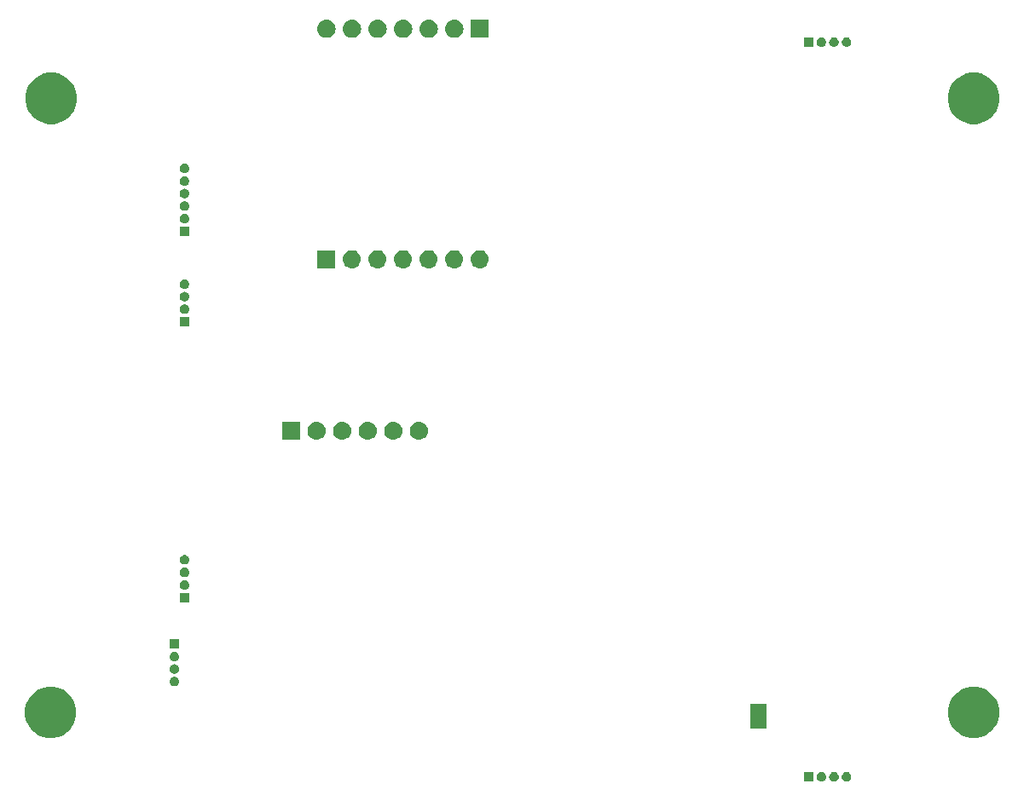
<source format=gbr>
G04 #@! TF.GenerationSoftware,KiCad,Pcbnew,(5.1.2)-2*
G04 #@! TF.CreationDate,2021-04-07T22:22:05-04:00*
G04 #@! TF.ProjectId,Magnetometer_A,4d61676e-6574-46f6-9d65-7465725f412e,rev?*
G04 #@! TF.SameCoordinates,Original*
G04 #@! TF.FileFunction,Soldermask,Bot*
G04 #@! TF.FilePolarity,Negative*
%FSLAX46Y46*%
G04 Gerber Fmt 4.6, Leading zero omitted, Abs format (unit mm)*
G04 Created by KiCad (PCBNEW (5.1.2)-2) date 2021-04-07 22:22:05*
%MOMM*%
%LPD*%
G04 APERTURE LIST*
%ADD10C,0.100000*%
G04 APERTURE END LIST*
D10*
G36*
X118888843Y-111042292D02*
G01*
X118939588Y-111063311D01*
X118975470Y-111078174D01*
X119053432Y-111130267D01*
X119119733Y-111196568D01*
X119171826Y-111274530D01*
X119171826Y-111274531D01*
X119207708Y-111361157D01*
X119226000Y-111453117D01*
X119226000Y-111546883D01*
X119207708Y-111638843D01*
X119186689Y-111689588D01*
X119171826Y-111725470D01*
X119119733Y-111803432D01*
X119053432Y-111869733D01*
X118975470Y-111921826D01*
X118939588Y-111936689D01*
X118888843Y-111957708D01*
X118796883Y-111976000D01*
X118703117Y-111976000D01*
X118611157Y-111957708D01*
X118560412Y-111936689D01*
X118524530Y-111921826D01*
X118446568Y-111869733D01*
X118380267Y-111803432D01*
X118328174Y-111725470D01*
X118313311Y-111689588D01*
X118292292Y-111638843D01*
X118274000Y-111546883D01*
X118274000Y-111453117D01*
X118292292Y-111361157D01*
X118328174Y-111274531D01*
X118328174Y-111274530D01*
X118380267Y-111196568D01*
X118446568Y-111130267D01*
X118524530Y-111078174D01*
X118560412Y-111063311D01*
X118611157Y-111042292D01*
X118703117Y-111024000D01*
X118796883Y-111024000D01*
X118888843Y-111042292D01*
X118888843Y-111042292D01*
G37*
G36*
X117976000Y-111976000D02*
G01*
X117024000Y-111976000D01*
X117024000Y-111024000D01*
X117976000Y-111024000D01*
X117976000Y-111976000D01*
X117976000Y-111976000D01*
G37*
G36*
X121388843Y-111042292D02*
G01*
X121439588Y-111063311D01*
X121475470Y-111078174D01*
X121553432Y-111130267D01*
X121619733Y-111196568D01*
X121671826Y-111274530D01*
X121671826Y-111274531D01*
X121707708Y-111361157D01*
X121726000Y-111453117D01*
X121726000Y-111546883D01*
X121707708Y-111638843D01*
X121686689Y-111689588D01*
X121671826Y-111725470D01*
X121619733Y-111803432D01*
X121553432Y-111869733D01*
X121475470Y-111921826D01*
X121439588Y-111936689D01*
X121388843Y-111957708D01*
X121296883Y-111976000D01*
X121203117Y-111976000D01*
X121111157Y-111957708D01*
X121060412Y-111936689D01*
X121024530Y-111921826D01*
X120946568Y-111869733D01*
X120880267Y-111803432D01*
X120828174Y-111725470D01*
X120813311Y-111689588D01*
X120792292Y-111638843D01*
X120774000Y-111546883D01*
X120774000Y-111453117D01*
X120792292Y-111361157D01*
X120828174Y-111274531D01*
X120828174Y-111274530D01*
X120880267Y-111196568D01*
X120946568Y-111130267D01*
X121024530Y-111078174D01*
X121060412Y-111063311D01*
X121111157Y-111042292D01*
X121203117Y-111024000D01*
X121296883Y-111024000D01*
X121388843Y-111042292D01*
X121388843Y-111042292D01*
G37*
G36*
X120138843Y-111042292D02*
G01*
X120189588Y-111063311D01*
X120225470Y-111078174D01*
X120303432Y-111130267D01*
X120369733Y-111196568D01*
X120421826Y-111274530D01*
X120421826Y-111274531D01*
X120457708Y-111361157D01*
X120476000Y-111453117D01*
X120476000Y-111546883D01*
X120457708Y-111638843D01*
X120436689Y-111689588D01*
X120421826Y-111725470D01*
X120369733Y-111803432D01*
X120303432Y-111869733D01*
X120225470Y-111921826D01*
X120189588Y-111936689D01*
X120138843Y-111957708D01*
X120046883Y-111976000D01*
X119953117Y-111976000D01*
X119861157Y-111957708D01*
X119810412Y-111936689D01*
X119774530Y-111921826D01*
X119696568Y-111869733D01*
X119630267Y-111803432D01*
X119578174Y-111725470D01*
X119563311Y-111689588D01*
X119542292Y-111638843D01*
X119524000Y-111546883D01*
X119524000Y-111453117D01*
X119542292Y-111361157D01*
X119578174Y-111274531D01*
X119578174Y-111274530D01*
X119630267Y-111196568D01*
X119696568Y-111130267D01*
X119774530Y-111078174D01*
X119810412Y-111063311D01*
X119861157Y-111042292D01*
X119953117Y-111024000D01*
X120046883Y-111024000D01*
X120138843Y-111042292D01*
X120138843Y-111042292D01*
G37*
G36*
X42954098Y-102657033D02*
G01*
X43418350Y-102849332D01*
X43418352Y-102849333D01*
X43836168Y-103128509D01*
X44191491Y-103483832D01*
X44470667Y-103901648D01*
X44470668Y-103901650D01*
X44662967Y-104365902D01*
X44761000Y-104858747D01*
X44761000Y-105361253D01*
X44662967Y-105854098D01*
X44470668Y-106318350D01*
X44470667Y-106318352D01*
X44191491Y-106736168D01*
X43836168Y-107091491D01*
X43418352Y-107370667D01*
X43418351Y-107370668D01*
X43418350Y-107370668D01*
X42954098Y-107562967D01*
X42461253Y-107661000D01*
X41958747Y-107661000D01*
X41465902Y-107562967D01*
X41001650Y-107370668D01*
X41001649Y-107370668D01*
X41001648Y-107370667D01*
X40583832Y-107091491D01*
X40228509Y-106736168D01*
X39949333Y-106318352D01*
X39949332Y-106318350D01*
X39757033Y-105854098D01*
X39659000Y-105361253D01*
X39659000Y-104858747D01*
X39757033Y-104365902D01*
X39949332Y-103901650D01*
X39949333Y-103901648D01*
X40228509Y-103483832D01*
X40583832Y-103128509D01*
X41001648Y-102849333D01*
X41001650Y-102849332D01*
X41465902Y-102657033D01*
X41958747Y-102559000D01*
X42461253Y-102559000D01*
X42954098Y-102657033D01*
X42954098Y-102657033D01*
G37*
G36*
X134604098Y-102657033D02*
G01*
X135068350Y-102849332D01*
X135068352Y-102849333D01*
X135486168Y-103128509D01*
X135841491Y-103483832D01*
X136120667Y-103901648D01*
X136120668Y-103901650D01*
X136312967Y-104365902D01*
X136411000Y-104858747D01*
X136411000Y-105361253D01*
X136312967Y-105854098D01*
X136120668Y-106318350D01*
X136120667Y-106318352D01*
X135841491Y-106736168D01*
X135486168Y-107091491D01*
X135068352Y-107370667D01*
X135068351Y-107370668D01*
X135068350Y-107370668D01*
X134604098Y-107562967D01*
X134111253Y-107661000D01*
X133608747Y-107661000D01*
X133115902Y-107562967D01*
X132651650Y-107370668D01*
X132651649Y-107370668D01*
X132651648Y-107370667D01*
X132233832Y-107091491D01*
X131878509Y-106736168D01*
X131599333Y-106318352D01*
X131599332Y-106318350D01*
X131407033Y-105854098D01*
X131309000Y-105361253D01*
X131309000Y-104858747D01*
X131407033Y-104365902D01*
X131599332Y-103901650D01*
X131599333Y-103901648D01*
X131878509Y-103483832D01*
X132233832Y-103128509D01*
X132651648Y-102849333D01*
X132651650Y-102849332D01*
X133115902Y-102657033D01*
X133608747Y-102559000D01*
X134111253Y-102559000D01*
X134604098Y-102657033D01*
X134604098Y-102657033D01*
G37*
G36*
X113301000Y-106701000D02*
G01*
X111699000Y-106701000D01*
X111699000Y-104299000D01*
X113301000Y-104299000D01*
X113301000Y-106701000D01*
X113301000Y-106701000D01*
G37*
G36*
X54638843Y-101592292D02*
G01*
X54689588Y-101613311D01*
X54725470Y-101628174D01*
X54803432Y-101680267D01*
X54869733Y-101746568D01*
X54921826Y-101824530D01*
X54921826Y-101824531D01*
X54957708Y-101911157D01*
X54976000Y-102003117D01*
X54976000Y-102096883D01*
X54957708Y-102188843D01*
X54936689Y-102239588D01*
X54921826Y-102275470D01*
X54869733Y-102353432D01*
X54803432Y-102419733D01*
X54725470Y-102471826D01*
X54689588Y-102486689D01*
X54638843Y-102507708D01*
X54546883Y-102526000D01*
X54453117Y-102526000D01*
X54361157Y-102507708D01*
X54310412Y-102486689D01*
X54274530Y-102471826D01*
X54196568Y-102419733D01*
X54130267Y-102353432D01*
X54078174Y-102275470D01*
X54063311Y-102239588D01*
X54042292Y-102188843D01*
X54024000Y-102096883D01*
X54024000Y-102003117D01*
X54042292Y-101911157D01*
X54078174Y-101824531D01*
X54078174Y-101824530D01*
X54130267Y-101746568D01*
X54196568Y-101680267D01*
X54274530Y-101628174D01*
X54310412Y-101613311D01*
X54361157Y-101592292D01*
X54453117Y-101574000D01*
X54546883Y-101574000D01*
X54638843Y-101592292D01*
X54638843Y-101592292D01*
G37*
G36*
X54638843Y-100342292D02*
G01*
X54689588Y-100363311D01*
X54725470Y-100378174D01*
X54803432Y-100430267D01*
X54869733Y-100496568D01*
X54921826Y-100574530D01*
X54921826Y-100574531D01*
X54957708Y-100661157D01*
X54976000Y-100753117D01*
X54976000Y-100846883D01*
X54957708Y-100938843D01*
X54936689Y-100989588D01*
X54921826Y-101025470D01*
X54869733Y-101103432D01*
X54803432Y-101169733D01*
X54725470Y-101221826D01*
X54689588Y-101236689D01*
X54638843Y-101257708D01*
X54546883Y-101276000D01*
X54453117Y-101276000D01*
X54361157Y-101257708D01*
X54310412Y-101236689D01*
X54274530Y-101221826D01*
X54196568Y-101169733D01*
X54130267Y-101103432D01*
X54078174Y-101025470D01*
X54063311Y-100989588D01*
X54042292Y-100938843D01*
X54024000Y-100846883D01*
X54024000Y-100753117D01*
X54042292Y-100661157D01*
X54078174Y-100574531D01*
X54078174Y-100574530D01*
X54130267Y-100496568D01*
X54196568Y-100430267D01*
X54274530Y-100378174D01*
X54310412Y-100363311D01*
X54361157Y-100342292D01*
X54453117Y-100324000D01*
X54546883Y-100324000D01*
X54638843Y-100342292D01*
X54638843Y-100342292D01*
G37*
G36*
X54638843Y-99092292D02*
G01*
X54689588Y-99113311D01*
X54725470Y-99128174D01*
X54803432Y-99180267D01*
X54869733Y-99246568D01*
X54921826Y-99324530D01*
X54921826Y-99324531D01*
X54957708Y-99411157D01*
X54976000Y-99503117D01*
X54976000Y-99596883D01*
X54957708Y-99688843D01*
X54936689Y-99739588D01*
X54921826Y-99775470D01*
X54869733Y-99853432D01*
X54803432Y-99919733D01*
X54725470Y-99971826D01*
X54689588Y-99986689D01*
X54638843Y-100007708D01*
X54546883Y-100026000D01*
X54453117Y-100026000D01*
X54361157Y-100007708D01*
X54310412Y-99986689D01*
X54274530Y-99971826D01*
X54196568Y-99919733D01*
X54130267Y-99853432D01*
X54078174Y-99775470D01*
X54063311Y-99739588D01*
X54042292Y-99688843D01*
X54024000Y-99596883D01*
X54024000Y-99503117D01*
X54042292Y-99411157D01*
X54078174Y-99324531D01*
X54078174Y-99324530D01*
X54130267Y-99246568D01*
X54196568Y-99180267D01*
X54274530Y-99128174D01*
X54310412Y-99113311D01*
X54361157Y-99092292D01*
X54453117Y-99074000D01*
X54546883Y-99074000D01*
X54638843Y-99092292D01*
X54638843Y-99092292D01*
G37*
G36*
X54976000Y-98776000D02*
G01*
X54024000Y-98776000D01*
X54024000Y-97824000D01*
X54976000Y-97824000D01*
X54976000Y-98776000D01*
X54976000Y-98776000D01*
G37*
G36*
X55976000Y-94176000D02*
G01*
X55024000Y-94176000D01*
X55024000Y-93224000D01*
X55976000Y-93224000D01*
X55976000Y-94176000D01*
X55976000Y-94176000D01*
G37*
G36*
X55638843Y-91992292D02*
G01*
X55689588Y-92013311D01*
X55725470Y-92028174D01*
X55803432Y-92080267D01*
X55869733Y-92146568D01*
X55921826Y-92224530D01*
X55921826Y-92224531D01*
X55957708Y-92311157D01*
X55976000Y-92403117D01*
X55976000Y-92496883D01*
X55957708Y-92588843D01*
X55936689Y-92639588D01*
X55921826Y-92675470D01*
X55869733Y-92753432D01*
X55803432Y-92819733D01*
X55725470Y-92871826D01*
X55689588Y-92886689D01*
X55638843Y-92907708D01*
X55546883Y-92926000D01*
X55453117Y-92926000D01*
X55361157Y-92907708D01*
X55310412Y-92886689D01*
X55274530Y-92871826D01*
X55196568Y-92819733D01*
X55130267Y-92753432D01*
X55078174Y-92675470D01*
X55063311Y-92639588D01*
X55042292Y-92588843D01*
X55024000Y-92496883D01*
X55024000Y-92403117D01*
X55042292Y-92311157D01*
X55078174Y-92224531D01*
X55078174Y-92224530D01*
X55130267Y-92146568D01*
X55196568Y-92080267D01*
X55274530Y-92028174D01*
X55310412Y-92013311D01*
X55361157Y-91992292D01*
X55453117Y-91974000D01*
X55546883Y-91974000D01*
X55638843Y-91992292D01*
X55638843Y-91992292D01*
G37*
G36*
X55638843Y-90742292D02*
G01*
X55689588Y-90763311D01*
X55725470Y-90778174D01*
X55803432Y-90830267D01*
X55869733Y-90896568D01*
X55921826Y-90974530D01*
X55921826Y-90974531D01*
X55957708Y-91061157D01*
X55976000Y-91153117D01*
X55976000Y-91246883D01*
X55957708Y-91338843D01*
X55936689Y-91389588D01*
X55921826Y-91425470D01*
X55869733Y-91503432D01*
X55803432Y-91569733D01*
X55725470Y-91621826D01*
X55689588Y-91636689D01*
X55638843Y-91657708D01*
X55546883Y-91676000D01*
X55453117Y-91676000D01*
X55361157Y-91657708D01*
X55310412Y-91636689D01*
X55274530Y-91621826D01*
X55196568Y-91569733D01*
X55130267Y-91503432D01*
X55078174Y-91425470D01*
X55063311Y-91389588D01*
X55042292Y-91338843D01*
X55024000Y-91246883D01*
X55024000Y-91153117D01*
X55042292Y-91061157D01*
X55078174Y-90974531D01*
X55078174Y-90974530D01*
X55130267Y-90896568D01*
X55196568Y-90830267D01*
X55274530Y-90778174D01*
X55310412Y-90763311D01*
X55361157Y-90742292D01*
X55453117Y-90724000D01*
X55546883Y-90724000D01*
X55638843Y-90742292D01*
X55638843Y-90742292D01*
G37*
G36*
X55638843Y-89492292D02*
G01*
X55689588Y-89513311D01*
X55725470Y-89528174D01*
X55803432Y-89580267D01*
X55869733Y-89646568D01*
X55921826Y-89724530D01*
X55921826Y-89724531D01*
X55957708Y-89811157D01*
X55976000Y-89903117D01*
X55976000Y-89996883D01*
X55957708Y-90088843D01*
X55936689Y-90139588D01*
X55921826Y-90175470D01*
X55869733Y-90253432D01*
X55803432Y-90319733D01*
X55725470Y-90371826D01*
X55689588Y-90386689D01*
X55638843Y-90407708D01*
X55546883Y-90426000D01*
X55453117Y-90426000D01*
X55361157Y-90407708D01*
X55310412Y-90386689D01*
X55274530Y-90371826D01*
X55196568Y-90319733D01*
X55130267Y-90253432D01*
X55078174Y-90175470D01*
X55063311Y-90139588D01*
X55042292Y-90088843D01*
X55024000Y-89996883D01*
X55024000Y-89903117D01*
X55042292Y-89811157D01*
X55078174Y-89724531D01*
X55078174Y-89724530D01*
X55130267Y-89646568D01*
X55196568Y-89580267D01*
X55274530Y-89528174D01*
X55310412Y-89513311D01*
X55361157Y-89492292D01*
X55453117Y-89474000D01*
X55546883Y-89474000D01*
X55638843Y-89492292D01*
X55638843Y-89492292D01*
G37*
G36*
X73820443Y-76235519D02*
G01*
X73886627Y-76242037D01*
X74056466Y-76293557D01*
X74212991Y-76377222D01*
X74248729Y-76406552D01*
X74350186Y-76489814D01*
X74433448Y-76591271D01*
X74462778Y-76627009D01*
X74546443Y-76783534D01*
X74597963Y-76953373D01*
X74615359Y-77130000D01*
X74597963Y-77306627D01*
X74546443Y-77476466D01*
X74462778Y-77632991D01*
X74433448Y-77668729D01*
X74350186Y-77770186D01*
X74248729Y-77853448D01*
X74212991Y-77882778D01*
X74056466Y-77966443D01*
X73886627Y-78017963D01*
X73820442Y-78024482D01*
X73754260Y-78031000D01*
X73665740Y-78031000D01*
X73599558Y-78024482D01*
X73533373Y-78017963D01*
X73363534Y-77966443D01*
X73207009Y-77882778D01*
X73171271Y-77853448D01*
X73069814Y-77770186D01*
X72986552Y-77668729D01*
X72957222Y-77632991D01*
X72873557Y-77476466D01*
X72822037Y-77306627D01*
X72804641Y-77130000D01*
X72822037Y-76953373D01*
X72873557Y-76783534D01*
X72957222Y-76627009D01*
X72986552Y-76591271D01*
X73069814Y-76489814D01*
X73171271Y-76406552D01*
X73207009Y-76377222D01*
X73363534Y-76293557D01*
X73533373Y-76242037D01*
X73599557Y-76235519D01*
X73665740Y-76229000D01*
X73754260Y-76229000D01*
X73820443Y-76235519D01*
X73820443Y-76235519D01*
G37*
G36*
X76360443Y-76235519D02*
G01*
X76426627Y-76242037D01*
X76596466Y-76293557D01*
X76752991Y-76377222D01*
X76788729Y-76406552D01*
X76890186Y-76489814D01*
X76973448Y-76591271D01*
X77002778Y-76627009D01*
X77086443Y-76783534D01*
X77137963Y-76953373D01*
X77155359Y-77130000D01*
X77137963Y-77306627D01*
X77086443Y-77476466D01*
X77002778Y-77632991D01*
X76973448Y-77668729D01*
X76890186Y-77770186D01*
X76788729Y-77853448D01*
X76752991Y-77882778D01*
X76596466Y-77966443D01*
X76426627Y-78017963D01*
X76360442Y-78024482D01*
X76294260Y-78031000D01*
X76205740Y-78031000D01*
X76139558Y-78024482D01*
X76073373Y-78017963D01*
X75903534Y-77966443D01*
X75747009Y-77882778D01*
X75711271Y-77853448D01*
X75609814Y-77770186D01*
X75526552Y-77668729D01*
X75497222Y-77632991D01*
X75413557Y-77476466D01*
X75362037Y-77306627D01*
X75344641Y-77130000D01*
X75362037Y-76953373D01*
X75413557Y-76783534D01*
X75497222Y-76627009D01*
X75526552Y-76591271D01*
X75609814Y-76489814D01*
X75711271Y-76406552D01*
X75747009Y-76377222D01*
X75903534Y-76293557D01*
X76073373Y-76242037D01*
X76139557Y-76235519D01*
X76205740Y-76229000D01*
X76294260Y-76229000D01*
X76360443Y-76235519D01*
X76360443Y-76235519D01*
G37*
G36*
X78900443Y-76235519D02*
G01*
X78966627Y-76242037D01*
X79136466Y-76293557D01*
X79292991Y-76377222D01*
X79328729Y-76406552D01*
X79430186Y-76489814D01*
X79513448Y-76591271D01*
X79542778Y-76627009D01*
X79626443Y-76783534D01*
X79677963Y-76953373D01*
X79695359Y-77130000D01*
X79677963Y-77306627D01*
X79626443Y-77476466D01*
X79542778Y-77632991D01*
X79513448Y-77668729D01*
X79430186Y-77770186D01*
X79328729Y-77853448D01*
X79292991Y-77882778D01*
X79136466Y-77966443D01*
X78966627Y-78017963D01*
X78900442Y-78024482D01*
X78834260Y-78031000D01*
X78745740Y-78031000D01*
X78679558Y-78024482D01*
X78613373Y-78017963D01*
X78443534Y-77966443D01*
X78287009Y-77882778D01*
X78251271Y-77853448D01*
X78149814Y-77770186D01*
X78066552Y-77668729D01*
X78037222Y-77632991D01*
X77953557Y-77476466D01*
X77902037Y-77306627D01*
X77884641Y-77130000D01*
X77902037Y-76953373D01*
X77953557Y-76783534D01*
X78037222Y-76627009D01*
X78066552Y-76591271D01*
X78149814Y-76489814D01*
X78251271Y-76406552D01*
X78287009Y-76377222D01*
X78443534Y-76293557D01*
X78613373Y-76242037D01*
X78679557Y-76235519D01*
X78745740Y-76229000D01*
X78834260Y-76229000D01*
X78900443Y-76235519D01*
X78900443Y-76235519D01*
G37*
G36*
X71280443Y-76235519D02*
G01*
X71346627Y-76242037D01*
X71516466Y-76293557D01*
X71672991Y-76377222D01*
X71708729Y-76406552D01*
X71810186Y-76489814D01*
X71893448Y-76591271D01*
X71922778Y-76627009D01*
X72006443Y-76783534D01*
X72057963Y-76953373D01*
X72075359Y-77130000D01*
X72057963Y-77306627D01*
X72006443Y-77476466D01*
X71922778Y-77632991D01*
X71893448Y-77668729D01*
X71810186Y-77770186D01*
X71708729Y-77853448D01*
X71672991Y-77882778D01*
X71516466Y-77966443D01*
X71346627Y-78017963D01*
X71280442Y-78024482D01*
X71214260Y-78031000D01*
X71125740Y-78031000D01*
X71059558Y-78024482D01*
X70993373Y-78017963D01*
X70823534Y-77966443D01*
X70667009Y-77882778D01*
X70631271Y-77853448D01*
X70529814Y-77770186D01*
X70446552Y-77668729D01*
X70417222Y-77632991D01*
X70333557Y-77476466D01*
X70282037Y-77306627D01*
X70264641Y-77130000D01*
X70282037Y-76953373D01*
X70333557Y-76783534D01*
X70417222Y-76627009D01*
X70446552Y-76591271D01*
X70529814Y-76489814D01*
X70631271Y-76406552D01*
X70667009Y-76377222D01*
X70823534Y-76293557D01*
X70993373Y-76242037D01*
X71059557Y-76235519D01*
X71125740Y-76229000D01*
X71214260Y-76229000D01*
X71280443Y-76235519D01*
X71280443Y-76235519D01*
G37*
G36*
X68740443Y-76235519D02*
G01*
X68806627Y-76242037D01*
X68976466Y-76293557D01*
X69132991Y-76377222D01*
X69168729Y-76406552D01*
X69270186Y-76489814D01*
X69353448Y-76591271D01*
X69382778Y-76627009D01*
X69466443Y-76783534D01*
X69517963Y-76953373D01*
X69535359Y-77130000D01*
X69517963Y-77306627D01*
X69466443Y-77476466D01*
X69382778Y-77632991D01*
X69353448Y-77668729D01*
X69270186Y-77770186D01*
X69168729Y-77853448D01*
X69132991Y-77882778D01*
X68976466Y-77966443D01*
X68806627Y-78017963D01*
X68740442Y-78024482D01*
X68674260Y-78031000D01*
X68585740Y-78031000D01*
X68519558Y-78024482D01*
X68453373Y-78017963D01*
X68283534Y-77966443D01*
X68127009Y-77882778D01*
X68091271Y-77853448D01*
X67989814Y-77770186D01*
X67906552Y-77668729D01*
X67877222Y-77632991D01*
X67793557Y-77476466D01*
X67742037Y-77306627D01*
X67724641Y-77130000D01*
X67742037Y-76953373D01*
X67793557Y-76783534D01*
X67877222Y-76627009D01*
X67906552Y-76591271D01*
X67989814Y-76489814D01*
X68091271Y-76406552D01*
X68127009Y-76377222D01*
X68283534Y-76293557D01*
X68453373Y-76242037D01*
X68519557Y-76235519D01*
X68585740Y-76229000D01*
X68674260Y-76229000D01*
X68740443Y-76235519D01*
X68740443Y-76235519D01*
G37*
G36*
X66991000Y-78031000D02*
G01*
X65189000Y-78031000D01*
X65189000Y-76229000D01*
X66991000Y-76229000D01*
X66991000Y-78031000D01*
X66991000Y-78031000D01*
G37*
G36*
X55976000Y-66776000D02*
G01*
X55024000Y-66776000D01*
X55024000Y-65824000D01*
X55976000Y-65824000D01*
X55976000Y-66776000D01*
X55976000Y-66776000D01*
G37*
G36*
X55638843Y-64592292D02*
G01*
X55689588Y-64613311D01*
X55725470Y-64628174D01*
X55803432Y-64680267D01*
X55869733Y-64746568D01*
X55921826Y-64824530D01*
X55921826Y-64824531D01*
X55957708Y-64911157D01*
X55976000Y-65003117D01*
X55976000Y-65096883D01*
X55957708Y-65188843D01*
X55936689Y-65239588D01*
X55921826Y-65275470D01*
X55869733Y-65353432D01*
X55803432Y-65419733D01*
X55725470Y-65471826D01*
X55689588Y-65486689D01*
X55638843Y-65507708D01*
X55546883Y-65526000D01*
X55453117Y-65526000D01*
X55361157Y-65507708D01*
X55310412Y-65486689D01*
X55274530Y-65471826D01*
X55196568Y-65419733D01*
X55130267Y-65353432D01*
X55078174Y-65275470D01*
X55063311Y-65239588D01*
X55042292Y-65188843D01*
X55024000Y-65096883D01*
X55024000Y-65003117D01*
X55042292Y-64911157D01*
X55078174Y-64824531D01*
X55078174Y-64824530D01*
X55130267Y-64746568D01*
X55196568Y-64680267D01*
X55274530Y-64628174D01*
X55310412Y-64613311D01*
X55361157Y-64592292D01*
X55453117Y-64574000D01*
X55546883Y-64574000D01*
X55638843Y-64592292D01*
X55638843Y-64592292D01*
G37*
G36*
X55638843Y-63342292D02*
G01*
X55689588Y-63363311D01*
X55725470Y-63378174D01*
X55803432Y-63430267D01*
X55869733Y-63496568D01*
X55921826Y-63574530D01*
X55921826Y-63574531D01*
X55957708Y-63661157D01*
X55976000Y-63753117D01*
X55976000Y-63846883D01*
X55957708Y-63938843D01*
X55936689Y-63989588D01*
X55921826Y-64025470D01*
X55869733Y-64103432D01*
X55803432Y-64169733D01*
X55725470Y-64221826D01*
X55689588Y-64236689D01*
X55638843Y-64257708D01*
X55546883Y-64276000D01*
X55453117Y-64276000D01*
X55361157Y-64257708D01*
X55310412Y-64236689D01*
X55274530Y-64221826D01*
X55196568Y-64169733D01*
X55130267Y-64103432D01*
X55078174Y-64025470D01*
X55063311Y-63989588D01*
X55042292Y-63938843D01*
X55024000Y-63846883D01*
X55024000Y-63753117D01*
X55042292Y-63661157D01*
X55078174Y-63574531D01*
X55078174Y-63574530D01*
X55130267Y-63496568D01*
X55196568Y-63430267D01*
X55274530Y-63378174D01*
X55310412Y-63363311D01*
X55361157Y-63342292D01*
X55453117Y-63324000D01*
X55546883Y-63324000D01*
X55638843Y-63342292D01*
X55638843Y-63342292D01*
G37*
G36*
X55638843Y-62092292D02*
G01*
X55689588Y-62113311D01*
X55725470Y-62128174D01*
X55803432Y-62180267D01*
X55869733Y-62246568D01*
X55921826Y-62324530D01*
X55921826Y-62324531D01*
X55957708Y-62411157D01*
X55976000Y-62503117D01*
X55976000Y-62596883D01*
X55957708Y-62688843D01*
X55936689Y-62739588D01*
X55921826Y-62775470D01*
X55869733Y-62853432D01*
X55803432Y-62919733D01*
X55725470Y-62971826D01*
X55689588Y-62986689D01*
X55638843Y-63007708D01*
X55546883Y-63026000D01*
X55453117Y-63026000D01*
X55361157Y-63007708D01*
X55310412Y-62986689D01*
X55274530Y-62971826D01*
X55196568Y-62919733D01*
X55130267Y-62853432D01*
X55078174Y-62775470D01*
X55063311Y-62739588D01*
X55042292Y-62688843D01*
X55024000Y-62596883D01*
X55024000Y-62503117D01*
X55042292Y-62411157D01*
X55078174Y-62324531D01*
X55078174Y-62324530D01*
X55130267Y-62246568D01*
X55196568Y-62180267D01*
X55274530Y-62128174D01*
X55310412Y-62113311D01*
X55361157Y-62092292D01*
X55453117Y-62074000D01*
X55546883Y-62074000D01*
X55638843Y-62092292D01*
X55638843Y-62092292D01*
G37*
G36*
X70481000Y-61001000D02*
G01*
X68679000Y-61001000D01*
X68679000Y-59199000D01*
X70481000Y-59199000D01*
X70481000Y-61001000D01*
X70481000Y-61001000D01*
G37*
G36*
X79850443Y-59205519D02*
G01*
X79916627Y-59212037D01*
X80086466Y-59263557D01*
X80242991Y-59347222D01*
X80278729Y-59376552D01*
X80380186Y-59459814D01*
X80463448Y-59561271D01*
X80492778Y-59597009D01*
X80576443Y-59753534D01*
X80627963Y-59923373D01*
X80645359Y-60100000D01*
X80627963Y-60276627D01*
X80576443Y-60446466D01*
X80492778Y-60602991D01*
X80463448Y-60638729D01*
X80380186Y-60740186D01*
X80278729Y-60823448D01*
X80242991Y-60852778D01*
X80086466Y-60936443D01*
X79916627Y-60987963D01*
X79850443Y-60994481D01*
X79784260Y-61001000D01*
X79695740Y-61001000D01*
X79629557Y-60994481D01*
X79563373Y-60987963D01*
X79393534Y-60936443D01*
X79237009Y-60852778D01*
X79201271Y-60823448D01*
X79099814Y-60740186D01*
X79016552Y-60638729D01*
X78987222Y-60602991D01*
X78903557Y-60446466D01*
X78852037Y-60276627D01*
X78834641Y-60100000D01*
X78852037Y-59923373D01*
X78903557Y-59753534D01*
X78987222Y-59597009D01*
X79016552Y-59561271D01*
X79099814Y-59459814D01*
X79201271Y-59376552D01*
X79237009Y-59347222D01*
X79393534Y-59263557D01*
X79563373Y-59212037D01*
X79629557Y-59205519D01*
X79695740Y-59199000D01*
X79784260Y-59199000D01*
X79850443Y-59205519D01*
X79850443Y-59205519D01*
G37*
G36*
X84930443Y-59205519D02*
G01*
X84996627Y-59212037D01*
X85166466Y-59263557D01*
X85322991Y-59347222D01*
X85358729Y-59376552D01*
X85460186Y-59459814D01*
X85543448Y-59561271D01*
X85572778Y-59597009D01*
X85656443Y-59753534D01*
X85707963Y-59923373D01*
X85725359Y-60100000D01*
X85707963Y-60276627D01*
X85656443Y-60446466D01*
X85572778Y-60602991D01*
X85543448Y-60638729D01*
X85460186Y-60740186D01*
X85358729Y-60823448D01*
X85322991Y-60852778D01*
X85166466Y-60936443D01*
X84996627Y-60987963D01*
X84930443Y-60994481D01*
X84864260Y-61001000D01*
X84775740Y-61001000D01*
X84709557Y-60994481D01*
X84643373Y-60987963D01*
X84473534Y-60936443D01*
X84317009Y-60852778D01*
X84281271Y-60823448D01*
X84179814Y-60740186D01*
X84096552Y-60638729D01*
X84067222Y-60602991D01*
X83983557Y-60446466D01*
X83932037Y-60276627D01*
X83914641Y-60100000D01*
X83932037Y-59923373D01*
X83983557Y-59753534D01*
X84067222Y-59597009D01*
X84096552Y-59561271D01*
X84179814Y-59459814D01*
X84281271Y-59376552D01*
X84317009Y-59347222D01*
X84473534Y-59263557D01*
X84643373Y-59212037D01*
X84709557Y-59205519D01*
X84775740Y-59199000D01*
X84864260Y-59199000D01*
X84930443Y-59205519D01*
X84930443Y-59205519D01*
G37*
G36*
X74770443Y-59205519D02*
G01*
X74836627Y-59212037D01*
X75006466Y-59263557D01*
X75162991Y-59347222D01*
X75198729Y-59376552D01*
X75300186Y-59459814D01*
X75383448Y-59561271D01*
X75412778Y-59597009D01*
X75496443Y-59753534D01*
X75547963Y-59923373D01*
X75565359Y-60100000D01*
X75547963Y-60276627D01*
X75496443Y-60446466D01*
X75412778Y-60602991D01*
X75383448Y-60638729D01*
X75300186Y-60740186D01*
X75198729Y-60823448D01*
X75162991Y-60852778D01*
X75006466Y-60936443D01*
X74836627Y-60987963D01*
X74770443Y-60994481D01*
X74704260Y-61001000D01*
X74615740Y-61001000D01*
X74549557Y-60994481D01*
X74483373Y-60987963D01*
X74313534Y-60936443D01*
X74157009Y-60852778D01*
X74121271Y-60823448D01*
X74019814Y-60740186D01*
X73936552Y-60638729D01*
X73907222Y-60602991D01*
X73823557Y-60446466D01*
X73772037Y-60276627D01*
X73754641Y-60100000D01*
X73772037Y-59923373D01*
X73823557Y-59753534D01*
X73907222Y-59597009D01*
X73936552Y-59561271D01*
X74019814Y-59459814D01*
X74121271Y-59376552D01*
X74157009Y-59347222D01*
X74313534Y-59263557D01*
X74483373Y-59212037D01*
X74549557Y-59205519D01*
X74615740Y-59199000D01*
X74704260Y-59199000D01*
X74770443Y-59205519D01*
X74770443Y-59205519D01*
G37*
G36*
X72230443Y-59205519D02*
G01*
X72296627Y-59212037D01*
X72466466Y-59263557D01*
X72622991Y-59347222D01*
X72658729Y-59376552D01*
X72760186Y-59459814D01*
X72843448Y-59561271D01*
X72872778Y-59597009D01*
X72956443Y-59753534D01*
X73007963Y-59923373D01*
X73025359Y-60100000D01*
X73007963Y-60276627D01*
X72956443Y-60446466D01*
X72872778Y-60602991D01*
X72843448Y-60638729D01*
X72760186Y-60740186D01*
X72658729Y-60823448D01*
X72622991Y-60852778D01*
X72466466Y-60936443D01*
X72296627Y-60987963D01*
X72230443Y-60994481D01*
X72164260Y-61001000D01*
X72075740Y-61001000D01*
X72009557Y-60994481D01*
X71943373Y-60987963D01*
X71773534Y-60936443D01*
X71617009Y-60852778D01*
X71581271Y-60823448D01*
X71479814Y-60740186D01*
X71396552Y-60638729D01*
X71367222Y-60602991D01*
X71283557Y-60446466D01*
X71232037Y-60276627D01*
X71214641Y-60100000D01*
X71232037Y-59923373D01*
X71283557Y-59753534D01*
X71367222Y-59597009D01*
X71396552Y-59561271D01*
X71479814Y-59459814D01*
X71581271Y-59376552D01*
X71617009Y-59347222D01*
X71773534Y-59263557D01*
X71943373Y-59212037D01*
X72009557Y-59205519D01*
X72075740Y-59199000D01*
X72164260Y-59199000D01*
X72230443Y-59205519D01*
X72230443Y-59205519D01*
G37*
G36*
X82390443Y-59205519D02*
G01*
X82456627Y-59212037D01*
X82626466Y-59263557D01*
X82782991Y-59347222D01*
X82818729Y-59376552D01*
X82920186Y-59459814D01*
X83003448Y-59561271D01*
X83032778Y-59597009D01*
X83116443Y-59753534D01*
X83167963Y-59923373D01*
X83185359Y-60100000D01*
X83167963Y-60276627D01*
X83116443Y-60446466D01*
X83032778Y-60602991D01*
X83003448Y-60638729D01*
X82920186Y-60740186D01*
X82818729Y-60823448D01*
X82782991Y-60852778D01*
X82626466Y-60936443D01*
X82456627Y-60987963D01*
X82390443Y-60994481D01*
X82324260Y-61001000D01*
X82235740Y-61001000D01*
X82169557Y-60994481D01*
X82103373Y-60987963D01*
X81933534Y-60936443D01*
X81777009Y-60852778D01*
X81741271Y-60823448D01*
X81639814Y-60740186D01*
X81556552Y-60638729D01*
X81527222Y-60602991D01*
X81443557Y-60446466D01*
X81392037Y-60276627D01*
X81374641Y-60100000D01*
X81392037Y-59923373D01*
X81443557Y-59753534D01*
X81527222Y-59597009D01*
X81556552Y-59561271D01*
X81639814Y-59459814D01*
X81741271Y-59376552D01*
X81777009Y-59347222D01*
X81933534Y-59263557D01*
X82103373Y-59212037D01*
X82169557Y-59205519D01*
X82235740Y-59199000D01*
X82324260Y-59199000D01*
X82390443Y-59205519D01*
X82390443Y-59205519D01*
G37*
G36*
X77310443Y-59205519D02*
G01*
X77376627Y-59212037D01*
X77546466Y-59263557D01*
X77702991Y-59347222D01*
X77738729Y-59376552D01*
X77840186Y-59459814D01*
X77923448Y-59561271D01*
X77952778Y-59597009D01*
X78036443Y-59753534D01*
X78087963Y-59923373D01*
X78105359Y-60100000D01*
X78087963Y-60276627D01*
X78036443Y-60446466D01*
X77952778Y-60602991D01*
X77923448Y-60638729D01*
X77840186Y-60740186D01*
X77738729Y-60823448D01*
X77702991Y-60852778D01*
X77546466Y-60936443D01*
X77376627Y-60987963D01*
X77310443Y-60994481D01*
X77244260Y-61001000D01*
X77155740Y-61001000D01*
X77089557Y-60994481D01*
X77023373Y-60987963D01*
X76853534Y-60936443D01*
X76697009Y-60852778D01*
X76661271Y-60823448D01*
X76559814Y-60740186D01*
X76476552Y-60638729D01*
X76447222Y-60602991D01*
X76363557Y-60446466D01*
X76312037Y-60276627D01*
X76294641Y-60100000D01*
X76312037Y-59923373D01*
X76363557Y-59753534D01*
X76447222Y-59597009D01*
X76476552Y-59561271D01*
X76559814Y-59459814D01*
X76661271Y-59376552D01*
X76697009Y-59347222D01*
X76853534Y-59263557D01*
X77023373Y-59212037D01*
X77089557Y-59205519D01*
X77155740Y-59199000D01*
X77244260Y-59199000D01*
X77310443Y-59205519D01*
X77310443Y-59205519D01*
G37*
G36*
X55976000Y-57776000D02*
G01*
X55024000Y-57776000D01*
X55024000Y-56824000D01*
X55976000Y-56824000D01*
X55976000Y-57776000D01*
X55976000Y-57776000D01*
G37*
G36*
X55638843Y-55592292D02*
G01*
X55689588Y-55613311D01*
X55725470Y-55628174D01*
X55803432Y-55680267D01*
X55869733Y-55746568D01*
X55921826Y-55824530D01*
X55921826Y-55824531D01*
X55957708Y-55911157D01*
X55976000Y-56003117D01*
X55976000Y-56096883D01*
X55957708Y-56188843D01*
X55936689Y-56239588D01*
X55921826Y-56275470D01*
X55869733Y-56353432D01*
X55803432Y-56419733D01*
X55725470Y-56471826D01*
X55689588Y-56486689D01*
X55638843Y-56507708D01*
X55546883Y-56526000D01*
X55453117Y-56526000D01*
X55361157Y-56507708D01*
X55310412Y-56486689D01*
X55274530Y-56471826D01*
X55196568Y-56419733D01*
X55130267Y-56353432D01*
X55078174Y-56275470D01*
X55063311Y-56239588D01*
X55042292Y-56188843D01*
X55024000Y-56096883D01*
X55024000Y-56003117D01*
X55042292Y-55911157D01*
X55078174Y-55824531D01*
X55078174Y-55824530D01*
X55130267Y-55746568D01*
X55196568Y-55680267D01*
X55274530Y-55628174D01*
X55310412Y-55613311D01*
X55361157Y-55592292D01*
X55453117Y-55574000D01*
X55546883Y-55574000D01*
X55638843Y-55592292D01*
X55638843Y-55592292D01*
G37*
G36*
X55638843Y-54342292D02*
G01*
X55689588Y-54363311D01*
X55725470Y-54378174D01*
X55803432Y-54430267D01*
X55869733Y-54496568D01*
X55921826Y-54574530D01*
X55921826Y-54574531D01*
X55957708Y-54661157D01*
X55976000Y-54753117D01*
X55976000Y-54846883D01*
X55957708Y-54938843D01*
X55936689Y-54989588D01*
X55921826Y-55025470D01*
X55869733Y-55103432D01*
X55803432Y-55169733D01*
X55725470Y-55221826D01*
X55689588Y-55236689D01*
X55638843Y-55257708D01*
X55546883Y-55276000D01*
X55453117Y-55276000D01*
X55361157Y-55257708D01*
X55310412Y-55236689D01*
X55274530Y-55221826D01*
X55196568Y-55169733D01*
X55130267Y-55103432D01*
X55078174Y-55025470D01*
X55063311Y-54989588D01*
X55042292Y-54938843D01*
X55024000Y-54846883D01*
X55024000Y-54753117D01*
X55042292Y-54661157D01*
X55078174Y-54574531D01*
X55078174Y-54574530D01*
X55130267Y-54496568D01*
X55196568Y-54430267D01*
X55274530Y-54378174D01*
X55310412Y-54363311D01*
X55361157Y-54342292D01*
X55453117Y-54324000D01*
X55546883Y-54324000D01*
X55638843Y-54342292D01*
X55638843Y-54342292D01*
G37*
G36*
X55638843Y-53092292D02*
G01*
X55689588Y-53113311D01*
X55725470Y-53128174D01*
X55803432Y-53180267D01*
X55869733Y-53246568D01*
X55921826Y-53324530D01*
X55921826Y-53324531D01*
X55957708Y-53411157D01*
X55976000Y-53503117D01*
X55976000Y-53596883D01*
X55957708Y-53688843D01*
X55936689Y-53739588D01*
X55921826Y-53775470D01*
X55869733Y-53853432D01*
X55803432Y-53919733D01*
X55725470Y-53971826D01*
X55689588Y-53986689D01*
X55638843Y-54007708D01*
X55546883Y-54026000D01*
X55453117Y-54026000D01*
X55361157Y-54007708D01*
X55310412Y-53986689D01*
X55274530Y-53971826D01*
X55196568Y-53919733D01*
X55130267Y-53853432D01*
X55078174Y-53775470D01*
X55063311Y-53739588D01*
X55042292Y-53688843D01*
X55024000Y-53596883D01*
X55024000Y-53503117D01*
X55042292Y-53411157D01*
X55078174Y-53324531D01*
X55078174Y-53324530D01*
X55130267Y-53246568D01*
X55196568Y-53180267D01*
X55274530Y-53128174D01*
X55310412Y-53113311D01*
X55361157Y-53092292D01*
X55453117Y-53074000D01*
X55546883Y-53074000D01*
X55638843Y-53092292D01*
X55638843Y-53092292D01*
G37*
G36*
X55638843Y-51842292D02*
G01*
X55689588Y-51863311D01*
X55725470Y-51878174D01*
X55803432Y-51930267D01*
X55869733Y-51996568D01*
X55921826Y-52074530D01*
X55921826Y-52074531D01*
X55957708Y-52161157D01*
X55976000Y-52253117D01*
X55976000Y-52346883D01*
X55957708Y-52438843D01*
X55936689Y-52489588D01*
X55921826Y-52525470D01*
X55869733Y-52603432D01*
X55803432Y-52669733D01*
X55725470Y-52721826D01*
X55689588Y-52736689D01*
X55638843Y-52757708D01*
X55546883Y-52776000D01*
X55453117Y-52776000D01*
X55361157Y-52757708D01*
X55310412Y-52736689D01*
X55274530Y-52721826D01*
X55196568Y-52669733D01*
X55130267Y-52603432D01*
X55078174Y-52525470D01*
X55063311Y-52489588D01*
X55042292Y-52438843D01*
X55024000Y-52346883D01*
X55024000Y-52253117D01*
X55042292Y-52161157D01*
X55078174Y-52074531D01*
X55078174Y-52074530D01*
X55130267Y-51996568D01*
X55196568Y-51930267D01*
X55274530Y-51878174D01*
X55310412Y-51863311D01*
X55361157Y-51842292D01*
X55453117Y-51824000D01*
X55546883Y-51824000D01*
X55638843Y-51842292D01*
X55638843Y-51842292D01*
G37*
G36*
X55638843Y-50592292D02*
G01*
X55689588Y-50613311D01*
X55725470Y-50628174D01*
X55803432Y-50680267D01*
X55869733Y-50746568D01*
X55921826Y-50824530D01*
X55921826Y-50824531D01*
X55957708Y-50911157D01*
X55976000Y-51003117D01*
X55976000Y-51096883D01*
X55957708Y-51188843D01*
X55936689Y-51239588D01*
X55921826Y-51275470D01*
X55869733Y-51353432D01*
X55803432Y-51419733D01*
X55725470Y-51471826D01*
X55689588Y-51486689D01*
X55638843Y-51507708D01*
X55546883Y-51526000D01*
X55453117Y-51526000D01*
X55361157Y-51507708D01*
X55310412Y-51486689D01*
X55274530Y-51471826D01*
X55196568Y-51419733D01*
X55130267Y-51353432D01*
X55078174Y-51275470D01*
X55063311Y-51239588D01*
X55042292Y-51188843D01*
X55024000Y-51096883D01*
X55024000Y-51003117D01*
X55042292Y-50911157D01*
X55078174Y-50824531D01*
X55078174Y-50824530D01*
X55130267Y-50746568D01*
X55196568Y-50680267D01*
X55274530Y-50628174D01*
X55310412Y-50613311D01*
X55361157Y-50592292D01*
X55453117Y-50574000D01*
X55546883Y-50574000D01*
X55638843Y-50592292D01*
X55638843Y-50592292D01*
G37*
G36*
X134604098Y-41657033D02*
G01*
X135068350Y-41849332D01*
X135068352Y-41849333D01*
X135486168Y-42128509D01*
X135841491Y-42483832D01*
X136120667Y-42901648D01*
X136120668Y-42901650D01*
X136312967Y-43365902D01*
X136411000Y-43858747D01*
X136411000Y-44361253D01*
X136312967Y-44854098D01*
X136120668Y-45318350D01*
X136120667Y-45318352D01*
X135841491Y-45736168D01*
X135486168Y-46091491D01*
X135068352Y-46370667D01*
X135068351Y-46370668D01*
X135068350Y-46370668D01*
X134604098Y-46562967D01*
X134111253Y-46661000D01*
X133608747Y-46661000D01*
X133115902Y-46562967D01*
X132651650Y-46370668D01*
X132651649Y-46370668D01*
X132651648Y-46370667D01*
X132233832Y-46091491D01*
X131878509Y-45736168D01*
X131599333Y-45318352D01*
X131599332Y-45318350D01*
X131407033Y-44854098D01*
X131309000Y-44361253D01*
X131309000Y-43858747D01*
X131407033Y-43365902D01*
X131599332Y-42901650D01*
X131599333Y-42901648D01*
X131878509Y-42483832D01*
X132233832Y-42128509D01*
X132651648Y-41849333D01*
X132651650Y-41849332D01*
X133115902Y-41657033D01*
X133608747Y-41559000D01*
X134111253Y-41559000D01*
X134604098Y-41657033D01*
X134604098Y-41657033D01*
G37*
G36*
X43004098Y-41657033D02*
G01*
X43468350Y-41849332D01*
X43468352Y-41849333D01*
X43886168Y-42128509D01*
X44241491Y-42483832D01*
X44520667Y-42901648D01*
X44520668Y-42901650D01*
X44712967Y-43365902D01*
X44811000Y-43858747D01*
X44811000Y-44361253D01*
X44712967Y-44854098D01*
X44520668Y-45318350D01*
X44520667Y-45318352D01*
X44241491Y-45736168D01*
X43886168Y-46091491D01*
X43468352Y-46370667D01*
X43468351Y-46370668D01*
X43468350Y-46370668D01*
X43004098Y-46562967D01*
X42511253Y-46661000D01*
X42008747Y-46661000D01*
X41515902Y-46562967D01*
X41051650Y-46370668D01*
X41051649Y-46370668D01*
X41051648Y-46370667D01*
X40633832Y-46091491D01*
X40278509Y-45736168D01*
X39999333Y-45318352D01*
X39999332Y-45318350D01*
X39807033Y-44854098D01*
X39709000Y-44361253D01*
X39709000Y-43858747D01*
X39807033Y-43365902D01*
X39999332Y-42901650D01*
X39999333Y-42901648D01*
X40278509Y-42483832D01*
X40633832Y-42128509D01*
X41051648Y-41849333D01*
X41051650Y-41849332D01*
X41515902Y-41657033D01*
X42008747Y-41559000D01*
X42511253Y-41559000D01*
X43004098Y-41657033D01*
X43004098Y-41657033D01*
G37*
G36*
X120138843Y-38042292D02*
G01*
X120189588Y-38063311D01*
X120225470Y-38078174D01*
X120303432Y-38130267D01*
X120369733Y-38196568D01*
X120421826Y-38274530D01*
X120421826Y-38274531D01*
X120457708Y-38361157D01*
X120476000Y-38453117D01*
X120476000Y-38546883D01*
X120457708Y-38638843D01*
X120436689Y-38689588D01*
X120421826Y-38725470D01*
X120369733Y-38803432D01*
X120303432Y-38869733D01*
X120225470Y-38921826D01*
X120189588Y-38936689D01*
X120138843Y-38957708D01*
X120046883Y-38976000D01*
X119953117Y-38976000D01*
X119861157Y-38957708D01*
X119810412Y-38936689D01*
X119774530Y-38921826D01*
X119696568Y-38869733D01*
X119630267Y-38803432D01*
X119578174Y-38725470D01*
X119563311Y-38689588D01*
X119542292Y-38638843D01*
X119524000Y-38546883D01*
X119524000Y-38453117D01*
X119542292Y-38361157D01*
X119578174Y-38274531D01*
X119578174Y-38274530D01*
X119630267Y-38196568D01*
X119696568Y-38130267D01*
X119774530Y-38078174D01*
X119810412Y-38063311D01*
X119861157Y-38042292D01*
X119953117Y-38024000D01*
X120046883Y-38024000D01*
X120138843Y-38042292D01*
X120138843Y-38042292D01*
G37*
G36*
X118888843Y-38042292D02*
G01*
X118939588Y-38063311D01*
X118975470Y-38078174D01*
X119053432Y-38130267D01*
X119119733Y-38196568D01*
X119171826Y-38274530D01*
X119171826Y-38274531D01*
X119207708Y-38361157D01*
X119226000Y-38453117D01*
X119226000Y-38546883D01*
X119207708Y-38638843D01*
X119186689Y-38689588D01*
X119171826Y-38725470D01*
X119119733Y-38803432D01*
X119053432Y-38869733D01*
X118975470Y-38921826D01*
X118939588Y-38936689D01*
X118888843Y-38957708D01*
X118796883Y-38976000D01*
X118703117Y-38976000D01*
X118611157Y-38957708D01*
X118560412Y-38936689D01*
X118524530Y-38921826D01*
X118446568Y-38869733D01*
X118380267Y-38803432D01*
X118328174Y-38725470D01*
X118313311Y-38689588D01*
X118292292Y-38638843D01*
X118274000Y-38546883D01*
X118274000Y-38453117D01*
X118292292Y-38361157D01*
X118328174Y-38274531D01*
X118328174Y-38274530D01*
X118380267Y-38196568D01*
X118446568Y-38130267D01*
X118524530Y-38078174D01*
X118560412Y-38063311D01*
X118611157Y-38042292D01*
X118703117Y-38024000D01*
X118796883Y-38024000D01*
X118888843Y-38042292D01*
X118888843Y-38042292D01*
G37*
G36*
X121388843Y-38042292D02*
G01*
X121439588Y-38063311D01*
X121475470Y-38078174D01*
X121553432Y-38130267D01*
X121619733Y-38196568D01*
X121671826Y-38274530D01*
X121671826Y-38274531D01*
X121707708Y-38361157D01*
X121726000Y-38453117D01*
X121726000Y-38546883D01*
X121707708Y-38638843D01*
X121686689Y-38689588D01*
X121671826Y-38725470D01*
X121619733Y-38803432D01*
X121553432Y-38869733D01*
X121475470Y-38921826D01*
X121439588Y-38936689D01*
X121388843Y-38957708D01*
X121296883Y-38976000D01*
X121203117Y-38976000D01*
X121111157Y-38957708D01*
X121060412Y-38936689D01*
X121024530Y-38921826D01*
X120946568Y-38869733D01*
X120880267Y-38803432D01*
X120828174Y-38725470D01*
X120813311Y-38689588D01*
X120792292Y-38638843D01*
X120774000Y-38546883D01*
X120774000Y-38453117D01*
X120792292Y-38361157D01*
X120828174Y-38274531D01*
X120828174Y-38274530D01*
X120880267Y-38196568D01*
X120946568Y-38130267D01*
X121024530Y-38078174D01*
X121060412Y-38063311D01*
X121111157Y-38042292D01*
X121203117Y-38024000D01*
X121296883Y-38024000D01*
X121388843Y-38042292D01*
X121388843Y-38042292D01*
G37*
G36*
X117976000Y-38976000D02*
G01*
X117024000Y-38976000D01*
X117024000Y-38024000D01*
X117976000Y-38024000D01*
X117976000Y-38976000D01*
X117976000Y-38976000D01*
G37*
G36*
X69710442Y-36295518D02*
G01*
X69776627Y-36302037D01*
X69946466Y-36353557D01*
X70102991Y-36437222D01*
X70138729Y-36466552D01*
X70240186Y-36549814D01*
X70323448Y-36651271D01*
X70352778Y-36687009D01*
X70436443Y-36843534D01*
X70487963Y-37013373D01*
X70505359Y-37190000D01*
X70487963Y-37366627D01*
X70436443Y-37536466D01*
X70352778Y-37692991D01*
X70323448Y-37728729D01*
X70240186Y-37830186D01*
X70138729Y-37913448D01*
X70102991Y-37942778D01*
X70102989Y-37942779D01*
X69951037Y-38024000D01*
X69946466Y-38026443D01*
X69776627Y-38077963D01*
X69710442Y-38084482D01*
X69644260Y-38091000D01*
X69555740Y-38091000D01*
X69489558Y-38084482D01*
X69423373Y-38077963D01*
X69253534Y-38026443D01*
X69248964Y-38024000D01*
X69097011Y-37942779D01*
X69097009Y-37942778D01*
X69061271Y-37913448D01*
X68959814Y-37830186D01*
X68876552Y-37728729D01*
X68847222Y-37692991D01*
X68763557Y-37536466D01*
X68712037Y-37366627D01*
X68694641Y-37190000D01*
X68712037Y-37013373D01*
X68763557Y-36843534D01*
X68847222Y-36687009D01*
X68876552Y-36651271D01*
X68959814Y-36549814D01*
X69061271Y-36466552D01*
X69097009Y-36437222D01*
X69253534Y-36353557D01*
X69423373Y-36302037D01*
X69489558Y-36295518D01*
X69555740Y-36289000D01*
X69644260Y-36289000D01*
X69710442Y-36295518D01*
X69710442Y-36295518D01*
G37*
G36*
X72250442Y-36295518D02*
G01*
X72316627Y-36302037D01*
X72486466Y-36353557D01*
X72642991Y-36437222D01*
X72678729Y-36466552D01*
X72780186Y-36549814D01*
X72863448Y-36651271D01*
X72892778Y-36687009D01*
X72976443Y-36843534D01*
X73027963Y-37013373D01*
X73045359Y-37190000D01*
X73027963Y-37366627D01*
X72976443Y-37536466D01*
X72892778Y-37692991D01*
X72863448Y-37728729D01*
X72780186Y-37830186D01*
X72678729Y-37913448D01*
X72642991Y-37942778D01*
X72642989Y-37942779D01*
X72491037Y-38024000D01*
X72486466Y-38026443D01*
X72316627Y-38077963D01*
X72250442Y-38084482D01*
X72184260Y-38091000D01*
X72095740Y-38091000D01*
X72029558Y-38084482D01*
X71963373Y-38077963D01*
X71793534Y-38026443D01*
X71788964Y-38024000D01*
X71637011Y-37942779D01*
X71637009Y-37942778D01*
X71601271Y-37913448D01*
X71499814Y-37830186D01*
X71416552Y-37728729D01*
X71387222Y-37692991D01*
X71303557Y-37536466D01*
X71252037Y-37366627D01*
X71234641Y-37190000D01*
X71252037Y-37013373D01*
X71303557Y-36843534D01*
X71387222Y-36687009D01*
X71416552Y-36651271D01*
X71499814Y-36549814D01*
X71601271Y-36466552D01*
X71637009Y-36437222D01*
X71793534Y-36353557D01*
X71963373Y-36302037D01*
X72029558Y-36295518D01*
X72095740Y-36289000D01*
X72184260Y-36289000D01*
X72250442Y-36295518D01*
X72250442Y-36295518D01*
G37*
G36*
X74790442Y-36295518D02*
G01*
X74856627Y-36302037D01*
X75026466Y-36353557D01*
X75182991Y-36437222D01*
X75218729Y-36466552D01*
X75320186Y-36549814D01*
X75403448Y-36651271D01*
X75432778Y-36687009D01*
X75516443Y-36843534D01*
X75567963Y-37013373D01*
X75585359Y-37190000D01*
X75567963Y-37366627D01*
X75516443Y-37536466D01*
X75432778Y-37692991D01*
X75403448Y-37728729D01*
X75320186Y-37830186D01*
X75218729Y-37913448D01*
X75182991Y-37942778D01*
X75182989Y-37942779D01*
X75031037Y-38024000D01*
X75026466Y-38026443D01*
X74856627Y-38077963D01*
X74790442Y-38084482D01*
X74724260Y-38091000D01*
X74635740Y-38091000D01*
X74569558Y-38084482D01*
X74503373Y-38077963D01*
X74333534Y-38026443D01*
X74328964Y-38024000D01*
X74177011Y-37942779D01*
X74177009Y-37942778D01*
X74141271Y-37913448D01*
X74039814Y-37830186D01*
X73956552Y-37728729D01*
X73927222Y-37692991D01*
X73843557Y-37536466D01*
X73792037Y-37366627D01*
X73774641Y-37190000D01*
X73792037Y-37013373D01*
X73843557Y-36843534D01*
X73927222Y-36687009D01*
X73956552Y-36651271D01*
X74039814Y-36549814D01*
X74141271Y-36466552D01*
X74177009Y-36437222D01*
X74333534Y-36353557D01*
X74503373Y-36302037D01*
X74569558Y-36295518D01*
X74635740Y-36289000D01*
X74724260Y-36289000D01*
X74790442Y-36295518D01*
X74790442Y-36295518D01*
G37*
G36*
X85741000Y-38091000D02*
G01*
X83939000Y-38091000D01*
X83939000Y-36289000D01*
X85741000Y-36289000D01*
X85741000Y-38091000D01*
X85741000Y-38091000D01*
G37*
G36*
X77330442Y-36295518D02*
G01*
X77396627Y-36302037D01*
X77566466Y-36353557D01*
X77722991Y-36437222D01*
X77758729Y-36466552D01*
X77860186Y-36549814D01*
X77943448Y-36651271D01*
X77972778Y-36687009D01*
X78056443Y-36843534D01*
X78107963Y-37013373D01*
X78125359Y-37190000D01*
X78107963Y-37366627D01*
X78056443Y-37536466D01*
X77972778Y-37692991D01*
X77943448Y-37728729D01*
X77860186Y-37830186D01*
X77758729Y-37913448D01*
X77722991Y-37942778D01*
X77722989Y-37942779D01*
X77571037Y-38024000D01*
X77566466Y-38026443D01*
X77396627Y-38077963D01*
X77330442Y-38084482D01*
X77264260Y-38091000D01*
X77175740Y-38091000D01*
X77109558Y-38084482D01*
X77043373Y-38077963D01*
X76873534Y-38026443D01*
X76868964Y-38024000D01*
X76717011Y-37942779D01*
X76717009Y-37942778D01*
X76681271Y-37913448D01*
X76579814Y-37830186D01*
X76496552Y-37728729D01*
X76467222Y-37692991D01*
X76383557Y-37536466D01*
X76332037Y-37366627D01*
X76314641Y-37190000D01*
X76332037Y-37013373D01*
X76383557Y-36843534D01*
X76467222Y-36687009D01*
X76496552Y-36651271D01*
X76579814Y-36549814D01*
X76681271Y-36466552D01*
X76717009Y-36437222D01*
X76873534Y-36353557D01*
X77043373Y-36302037D01*
X77109558Y-36295518D01*
X77175740Y-36289000D01*
X77264260Y-36289000D01*
X77330442Y-36295518D01*
X77330442Y-36295518D01*
G37*
G36*
X79870442Y-36295518D02*
G01*
X79936627Y-36302037D01*
X80106466Y-36353557D01*
X80262991Y-36437222D01*
X80298729Y-36466552D01*
X80400186Y-36549814D01*
X80483448Y-36651271D01*
X80512778Y-36687009D01*
X80596443Y-36843534D01*
X80647963Y-37013373D01*
X80665359Y-37190000D01*
X80647963Y-37366627D01*
X80596443Y-37536466D01*
X80512778Y-37692991D01*
X80483448Y-37728729D01*
X80400186Y-37830186D01*
X80298729Y-37913448D01*
X80262991Y-37942778D01*
X80262989Y-37942779D01*
X80111037Y-38024000D01*
X80106466Y-38026443D01*
X79936627Y-38077963D01*
X79870442Y-38084482D01*
X79804260Y-38091000D01*
X79715740Y-38091000D01*
X79649558Y-38084482D01*
X79583373Y-38077963D01*
X79413534Y-38026443D01*
X79408964Y-38024000D01*
X79257011Y-37942779D01*
X79257009Y-37942778D01*
X79221271Y-37913448D01*
X79119814Y-37830186D01*
X79036552Y-37728729D01*
X79007222Y-37692991D01*
X78923557Y-37536466D01*
X78872037Y-37366627D01*
X78854641Y-37190000D01*
X78872037Y-37013373D01*
X78923557Y-36843534D01*
X79007222Y-36687009D01*
X79036552Y-36651271D01*
X79119814Y-36549814D01*
X79221271Y-36466552D01*
X79257009Y-36437222D01*
X79413534Y-36353557D01*
X79583373Y-36302037D01*
X79649558Y-36295518D01*
X79715740Y-36289000D01*
X79804260Y-36289000D01*
X79870442Y-36295518D01*
X79870442Y-36295518D01*
G37*
G36*
X82410442Y-36295518D02*
G01*
X82476627Y-36302037D01*
X82646466Y-36353557D01*
X82802991Y-36437222D01*
X82838729Y-36466552D01*
X82940186Y-36549814D01*
X83023448Y-36651271D01*
X83052778Y-36687009D01*
X83136443Y-36843534D01*
X83187963Y-37013373D01*
X83205359Y-37190000D01*
X83187963Y-37366627D01*
X83136443Y-37536466D01*
X83052778Y-37692991D01*
X83023448Y-37728729D01*
X82940186Y-37830186D01*
X82838729Y-37913448D01*
X82802991Y-37942778D01*
X82802989Y-37942779D01*
X82651037Y-38024000D01*
X82646466Y-38026443D01*
X82476627Y-38077963D01*
X82410442Y-38084482D01*
X82344260Y-38091000D01*
X82255740Y-38091000D01*
X82189558Y-38084482D01*
X82123373Y-38077963D01*
X81953534Y-38026443D01*
X81948964Y-38024000D01*
X81797011Y-37942779D01*
X81797009Y-37942778D01*
X81761271Y-37913448D01*
X81659814Y-37830186D01*
X81576552Y-37728729D01*
X81547222Y-37692991D01*
X81463557Y-37536466D01*
X81412037Y-37366627D01*
X81394641Y-37190000D01*
X81412037Y-37013373D01*
X81463557Y-36843534D01*
X81547222Y-36687009D01*
X81576552Y-36651271D01*
X81659814Y-36549814D01*
X81761271Y-36466552D01*
X81797009Y-36437222D01*
X81953534Y-36353557D01*
X82123373Y-36302037D01*
X82189558Y-36295518D01*
X82255740Y-36289000D01*
X82344260Y-36289000D01*
X82410442Y-36295518D01*
X82410442Y-36295518D01*
G37*
M02*

</source>
